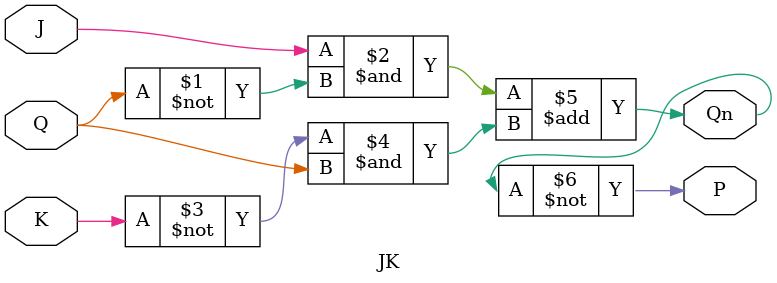
<source format=v>
module JK(output Qn,P,input J,K,Q);
assign Qn=((J&(~Q))+((~K)&Q));
assign P=~Qn;
endmodule

</source>
